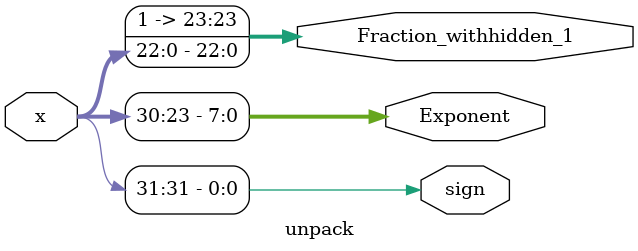
<source format=v>
(* DONT_TOUCH = "TRUE" *)
module unpack(
    input [31:0] x ,
    output sign ,
    output [7:0] Exponent ,
    output [23:0] Fraction_withhidden_1 
);

assign sign = x[31];
assign Exponent = x[30:23];
assign Fraction_withhidden_1 = {1'b1,x[22:0]} ;

endmodule
</source>
